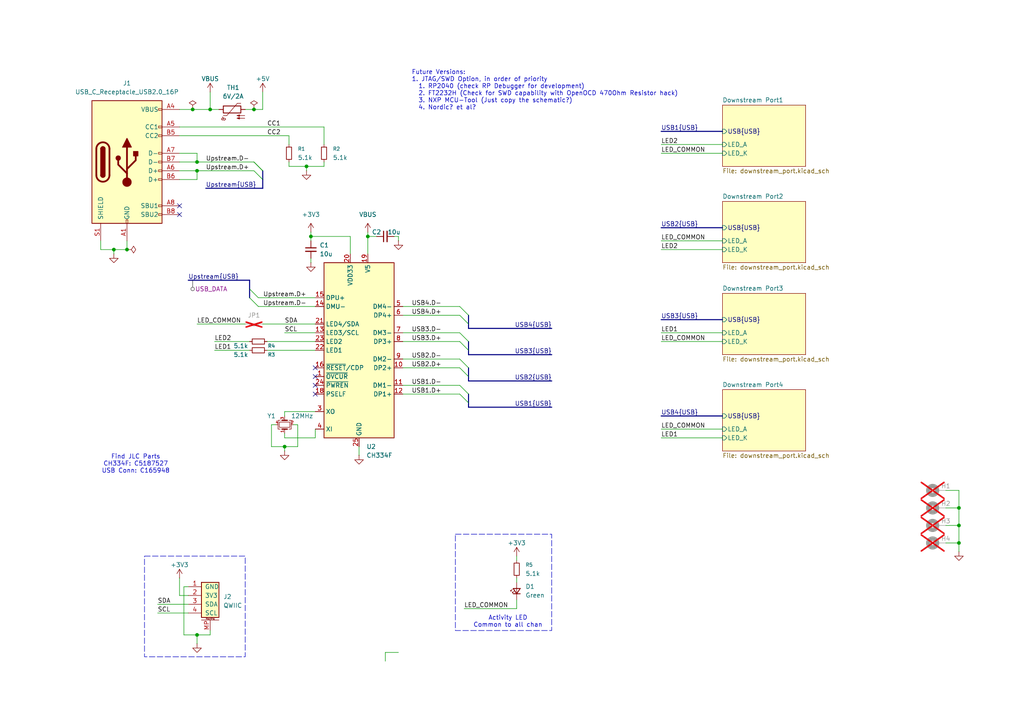
<source format=kicad_sch>
(kicad_sch (version 20250114) (generator "eeschema") (generator_version "9.0")
  (paper "A4")
  (lib_symbols
    (symbol "CH334F_1"
      (property "Reference" "U" (at -7.62 27.94 0))
      (property "Value" "CH334F" (at 2.54 27.94 0))
      (symbol "CH334F_1_0_1"
        (rectangle (start -10.16 25.4) (end 10.16 -25.4) (stroke (width 0.254)) (fill (type background)))
      )
      (symbol "CH334F_1_1_1"
        (pin bidirectional line (at -12.7 15.24 0) (length 2.54) (name "DPU+") (number "15"))
        (pin bidirectional line (at -12.7 12.7 0) (length 2.54) (name "DMU-") (number "14"))
        (pin bidirectional line (at -12.7 7.62 0) (length 2.54) (name "LED4/SDA") (number "21"))
        (pin bidirectional line (at -12.7 5.08 0) (length 2.54) (name "LED3/SCL") (number "13"))
        (pin bidirectional line (at -12.7 2.54 0) (length 2.54) (name "LED2") (number "23"))
        (pin bidirectional line (at -12.7 0 0) (length 2.54) (name "LED1") (number "22"))
        (pin input line (at -12.7 -5.08 0) (length 2.54) (name "~{RESET}/CDP") (number "16"))
        (pin bidirectional line (at -12.7 -7.62 0) (length 2.54) (name "~{OVCUR}") (number "1"))
        (pin bidirectional line (at -12.7 -10.16 0) (length 2.54) (name "~{PWREN}") (number "24"))
        (pin bidirectional line (at -12.7 -12.7 0) (length 2.54) (name "PSELF") (number "18"))
        (pin passive line (at -12.7 -17.78 0) (length 2.54) (name "XO") (number "3"))
        (pin passive line (at -12.7 -22.86 0) (length 2.54) (name "XI") (number "4"))
        (pin passive line (at -2.54 27.94 270) (length 2.54) (name "VDD33") (number "20"))
        (pin power_in line (at 0 -27.94 90) (length 2.54) (name "GND") (number "25"))
        (pin power_in line (at 2.54 27.94 270) (length 2.54) (name "V5") (number "19"))
        (pin no_connect line (at 10.16 -20.32 180) (length 2.54) (hide yes) (name "NC") (number "2"))
        (pin no_connect line (at 10.16 -22.86 180) (length 2.54) (hide yes) (name "NC") (number "17"))
        (pin bidirectional line (at 12.7 12.7 180) (length 2.54) (name "DM4-") (number "5"))
        (pin bidirectional line (at 12.7 10.16 180) (length 2.54) (name "DP4+") (number "6"))
        (pin bidirectional line (at 12.7 5.08 180) (length 2.54) (name "DM3-") (number "7"))
        (pin bidirectional line (at 12.7 2.54 180) (length 2.54) (name "DP3+") (number "8"))
        (pin bidirectional line (at 12.7 -2.54 180) (length 2.54) (name "DM2-") (number "9"))
        (pin bidirectional line (at 12.7 -5.08 180) (length 2.54) (name "DP2+") (number "10"))
        (pin bidirectional line (at 12.7 -10.16 180) (length 2.54) (name "DM1-") (number "11"))
        (pin bidirectional line (at 12.7 -12.7 180) (length 2.54) (name "DP1+") (number "12"))
      )
    )
    (symbol "Connector:USB_C_Receptacle_USB2.0_16P" (pin_names (offset 1.016))
      (property "Reference" "J" (at 0 22.225 0))
      (property "Value" "USB_C_Receptacle_USB2.0_16P" (at 0 19.685 0))
      (symbol "USB_C_Receptacle_USB2.0_16P_0_0"
        (rectangle (start -0.254 -17.78) (end 0.254 -16.764))
        (rectangle (start 10.16 15.494) (end 9.144 14.986))
        (rectangle (start 10.16 10.414) (end 9.144 9.906))
        (rectangle (start 10.16 7.874) (end 9.144 7.366))
        (rectangle (start 10.16 2.794) (end 9.144 2.286))
        (rectangle (start 10.16 0.254) (end 9.144 -0.254))
        (rectangle (start 10.16 -2.286) (end 9.144 -2.794))
        (rectangle (start 10.16 -4.826) (end 9.144 -5.334))
        (rectangle (start 10.16 -12.446) (end 9.144 -12.954))
        (rectangle (start 10.16 -14.986) (end 9.144 -15.494))
      )
      (symbol "USB_C_Receptacle_USB2.0_16P_0_1"
        (rectangle (start -10.16 17.78) (end 10.16 -17.78) (stroke (width 0.254)) (fill (type background)))
        (polyline (pts (xy -8.89 -3.81) (xy -8.89 3.81)) (stroke (width 0.508)))
        (rectangle (start -7.62 -3.81) (end -6.35 3.81) (stroke (width 0.254)) (fill (type outline)))
        (arc (start -7.62 3.81) (mid -6.985 4.4423) (end -6.35 3.81) (stroke (width 0.254)))
        (arc (start -7.62 3.81) (mid -6.985 4.4423) (end -6.35 3.81) (stroke (width 0.254)) (fill (type outline)))
        (arc (start -8.89 3.81) (mid -6.985 5.7067) (end -5.08 3.81) (stroke (width 0.508)))
        (arc (start -5.08 -3.81) (mid -6.985 -5.7067) (end -8.89 -3.81) (stroke (width 0.508)))
        (arc (start -6.35 -3.81) (mid -6.985 -4.4423) (end -7.62 -3.81) (stroke (width 0.254)))
        (arc (start -6.35 -3.81) (mid -6.985 -4.4423) (end -7.62 -3.81) (stroke (width 0.254)) (fill (type outline)))
        (polyline (pts (xy -5.08 3.81) (xy -5.08 -3.81)) (stroke (width 0.508)))
        (circle (center -2.54 1.143) (radius 0.635) (stroke (width 0.254)) (fill (type outline)))
        (polyline (pts (xy -1.27 4.318) (xy 0 6.858) (xy 1.27 4.318) (xy -1.27 4.318)) (stroke (width 0.254)) (fill (type outline)))
        (polyline (pts (xy 0 -2.032) (xy 2.54 0.508) (xy 2.54 1.778)) (stroke (width 0.508)))
        (polyline (pts (xy 0 -3.302) (xy -2.54 -0.762) (xy -2.54 0.508)) (stroke (width 0.508)))
        (polyline (pts (xy 0 -5.842) (xy 0 4.318)) (stroke (width 0.508)))
        (circle (center 0 -5.842) (radius 1.27) (fill (type outline)))
        (rectangle (start 1.905 1.778) (end 3.175 3.048) (stroke (width 0.254)) (fill (type outline)))
      )
      (symbol "USB_C_Receptacle_USB2.0_16P_1_1"
        (pin passive line (at -7.62 -22.86 90) (length 5.08) (name "SHIELD") (number "S1"))
        (pin passive line (at 0 -22.86 90) (length 5.08) (name "GND") (number "A1"))
        (pin passive line (at 0 -22.86 90) (length 5.08) (hide yes) (name "GND") (number "A12"))
        (pin passive line (at 0 -22.86 90) (length 5.08) (hide yes) (name "GND") (number "B1"))
        (pin passive line (at 0 -22.86 90) (length 5.08) (hide yes) (name "GND") (number "B12"))
        (pin passive line (at 15.24 15.24 180) (length 5.08) (name "VBUS") (number "A4"))
        (pin passive line (at 15.24 15.24 180) (length 5.08) (hide yes) (name "VBUS") (number "A9"))
        (pin passive line (at 15.24 15.24 180) (length 5.08) (hide yes) (name "VBUS") (number "B4"))
        (pin passive line (at 15.24 15.24 180) (length 5.08) (hide yes) (name "VBUS") (number "B9"))
        (pin bidirectional line (at 15.24 10.16 180) (length 5.08) (name "CC1") (number "A5"))
        (pin bidirectional line (at 15.24 7.62 180) (length 5.08) (name "CC2") (number "B5"))
        (pin bidirectional line (at 15.24 2.54 180) (length 5.08) (name "D-") (number "A7"))
        (pin bidirectional line (at 15.24 0 180) (length 5.08) (name "D-") (number "B7"))
        (pin bidirectional line (at 15.24 -2.54 180) (length 5.08) (name "D+") (number "A6"))
        (pin bidirectional line (at 15.24 -5.08 180) (length 5.08) (name "D+") (number "B6"))
        (pin bidirectional line (at 15.24 -12.7 180) (length 5.08) (name "SBU1") (number "A8"))
        (pin bidirectional line (at 15.24 -15.24 180) (length 5.08) (name "SBU2") (number "B8"))
      )
    )
    (symbol "Device:C_Small" (pin_numbers (hide yes)) (pin_names (offset 0.254) (hide yes))
      (property "Reference" "C" (at 0.254 1.778 0))
      (property "Value" "C_Small" (at 0.254 -2.032 0))
      (symbol "C_Small_0_1"
        (polyline (pts (xy -1.524 0.508) (xy 1.524 0.508)) (stroke (width 0.3048)))
        (polyline (pts (xy -1.524 -0.508) (xy 1.524 -0.508)) (stroke (width 0.3302)))
      )
      (symbol "C_Small_1_1"
        (pin passive line (at 0 2.54 270) (length 2.032) (name "~") (number "1"))
        (pin passive line (at 0 -2.54 90) (length 2.032) (name "~") (number "2"))
      )
    )
    (symbol "Device:Crystal_GND24_Small" (pin_names (offset 1.016) (hide yes))
      (property "Reference" "Y" (at 1.27 4.445 0))
      (property "Value" "Crystal_GND24_Small" (at 1.27 2.54 0))
      (symbol "Crystal_GND24_Small_0_1"
        (polyline (pts (xy -1.27 1.27) (xy -1.27 1.905) (xy 1.27 1.905) (xy 1.27 1.27)))
        (polyline (pts (xy -1.27 -0.762) (xy -1.27 0.762)) (stroke (width 0.381)))
        (polyline (pts (xy -1.27 -1.27) (xy -1.27 -1.905) (xy 1.27 -1.905) (xy 1.27 -1.27)))
        (rectangle (start -0.762 -1.524) (end 0.762 1.524))
        (polyline (pts (xy 1.27 -0.762) (xy 1.27 0.762)) (stroke (width 0.381)))
      )
      (symbol "Crystal_GND24_Small_1_1"
        (pin passive line (at -2.54 0 0) (length 1.27) (name "1") (number "1"))
        (pin passive line (at 0 2.54 270) (length 0.635) (name "4") (number "4"))
        (pin passive line (at 0 -2.54 90) (length 0.635) (name "2") (number "2"))
        (pin passive line (at 2.54 0 180) (length 1.27) (name "3") (number "3"))
      )
    )
    (symbol "Device:LED_Small" (pin_numbers (hide yes)) (pin_names (offset 0.254) (hide yes))
      (property "Reference" "D" (at -1.27 3.175 0))
      (property "Value" "LED_Small" (at -4.445 -2.54 0))
      (symbol "LED_Small_0_1"
        (polyline (pts (xy -0.762 -1.016) (xy -0.762 1.016)) (stroke (width 0.254)))
        (polyline (pts (xy 0 0.762) (xy -0.508 1.27) (xy -0.254 1.27) (xy -0.508 1.27) (xy -0.508 1.016)))
        (polyline (pts (xy 0.508 1.27) (xy 0 1.778) (xy 0.254 1.778) (xy 0 1.778) (xy 0 1.524)))
        (polyline (pts (xy 0.762 -1.016) (xy -0.762 0) (xy 0.762 1.016) (xy 0.762 -1.016)) (stroke (width 0.254)))
        (polyline (pts (xy 1.016 0) (xy -0.762 0)))
      )
      (symbol "LED_Small_1_1"
        (pin passive line (at -2.54 0 0) (length 1.778) (name "K") (number "1"))
        (pin passive line (at 2.54 0 180) (length 1.778) (name "A") (number "2"))
      )
    )
    (symbol "Device:R_Small" (pin_numbers (hide yes)) (pin_names (offset 0.254) (hide yes))
      (property "Reference" "R" (at 0 0 90))
      (property "Value" "R_Small" (at 1.778 0 90))
      (symbol "R_Small_0_1"
        (rectangle (start -0.762 1.778) (end 0.762 -1.778) (stroke (width 0.2032)))
      )
      (symbol "R_Small_1_1"
        (pin passive line (at 0 2.54 270) (length 0.762) (name "~") (number "1"))
        (pin passive line (at 0 -2.54 90) (length 0.762) (name "~") (number "2"))
      )
    )
    (symbol "Device:Thermistor_PTC" (pin_numbers (hide yes)) (pin_names (offset 0))
      (property "Reference" "TH" (at -4.064 0 90))
      (property "Value" "Thermistor_PTC" (at 3.048 0 90))
      (symbol "Thermistor_PTC_0_1"
        (arc (start -3.175 2.413) (mid -3.0506 2.3165) (end -3.048 2.159))
        (arc (start -3.048 2.794) (mid -2.9736 2.9736) (end -2.794 3.048))
        (arc (start -2.794 3.048) (mid -2.6144 2.9736) (end -2.54 2.794))
        (arc (start -2.794 2.54) (mid -2.9736 2.6144) (end -3.048 2.794))
        (arc (start -2.794 1.905) (mid -2.9736 1.9794) (end -3.048 2.159))
        (arc (start -2.54 2.159) (mid -2.6144 1.9794) (end -2.794 1.905))
        (arc (start -2.159 2.794) (mid -2.434 2.5608) (end -2.794 2.54))
        (polyline (pts (xy -2.54 2.159) (xy -2.54 2.794)))
        (polyline (pts (xy -2.54 -3.683) (xy -2.54 -1.397) (xy -2.794 -2.159) (xy -2.286 -2.159) (xy -2.54 -1.397) (xy -2.54 -1.651)) (fill (type outline)))
        (polyline (pts (xy -1.778 2.54) (xy -1.778 1.524) (xy 1.778 -1.524) (xy 1.778 -2.54)))
        (polyline (pts (xy -1.778 -3.683) (xy -1.778 -1.397) (xy -2.032 -2.159) (xy -1.524 -2.159) (xy -1.778 -1.397) (xy -1.778 -1.651)) (fill (type outline)))
        (rectangle (start -1.016 2.54) (end 1.016 -2.54) (stroke (width 0.254)))
      )
      (symbol "Thermistor_PTC_1_1"
        (pin passive line (at 0 3.81 270) (length 1.27) (name "~") (number "1"))
        (pin passive line (at 0 -3.81 90) (length 1.27) (name "~") (number "2"))
      )
    )
    (symbol "Jumper:Jumper_2_Small_Bridged" (pin_numbers (hide yes)) (pin_names (offset 0) (hide yes))
      (property "Reference" "JP" (at 0 2.032 0))
      (property "Value" "Jumper_2_Small_Bridged" (at 0 -2.286 0))
      (symbol "Jumper_2_Small_Bridged_0_0"
        (circle (center -1.016 0) (radius 0.254))
        (circle (center 1.016 0) (radius 0.254))
      )
      (symbol "Jumper_2_Small_Bridged_0_1"
        (arc (start -0.762 0.254) (mid 0 0.5696) (end 0.762 0.254))
      )
      (symbol "Jumper_2_Small_Bridged_1_1"
        (pin passive line (at -2.54 0 0) (length 1.27) (name "A") (number "1"))
        (pin passive line (at 2.54 0 180) (length 1.27) (name "B") (number "2"))
      )
    )
    (symbol "Mechanical:MountingHole_Pad" (pin_numbers (hide yes)) (pin_names (offset 1.016) (hide yes)) (exclude_from_sim yes) (in_bom no)
      (property "Reference" "H" (at 0 6.35 0))
      (property "Value" "MountingHole_Pad" (at 0 4.445 0))
      (symbol "MountingHole_Pad_0_1"
        (circle (center 0 1.27) (radius 1.27) (stroke (width 1.27)))
      )
      (symbol "MountingHole_Pad_1_1"
        (pin input line (at 0 -2.54 90) (length 2.54) (name "1") (number "1"))
      )
    )
    (symbol "SKEC_Symbols:Conn_QWIIC_Vertical" (pin_names (offset 1.016))
      (property "Reference" "J" (at 0 5.08 0))
      (property "Value" "Conn_QWIIC_Vertical" (at -5.08 10.16 0))
      (symbol "Conn_QWIIC_Vertical_1_1"
        (rectangle (start -2.54 3.81) (end 2.54 -6.35) (stroke (width 0.254)) (fill (type background)))
        (polyline (pts (xy -2.54 -7.112) (xy 2.54 -7.112)) (stroke (width 0.1524)))
        (text "Mounting" (at 0 -6.731 0) (effects (font (size 0.381 0.381))))
        (pin passive line (at -6.35 2.54 0) (length 3.81) (name "GND") (number "1"))
        (pin passive line (at -6.35 0 0) (length 3.81) (name "3V3") (number "2"))
        (pin passive line (at -6.35 -2.54 0) (length 3.81) (name "SDA") (number "3"))
        (pin passive line (at -6.35 -5.08 0) (length 3.81) (name "SCL") (number "4"))
        (pin passive line (at 0 -10.16 90) (length 3.048) (name "") (number "MP"))
      )
    )
    (symbol "power:+3V3" (power) (pin_numbers (hide yes)) (pin_names (offset 0) (hide yes))
      (property "Value" "+3V3" (at 0 3.556 0))
      (symbol "+3V3_0_1"
        (polyline (pts (xy -0.762 1.27) (xy 0 2.54)))
        (polyline (pts (xy 0 2.54) (xy 0.762 1.27)))
        (polyline (pts (xy 0 0) (xy 0 2.54)))
      )
      (symbol "+3V3_1_1"
        (pin power_in line (at 0 0 90) (length 0) (name "~") (number "1"))
      )
    )
    (symbol "power:+5V" (power) (pin_numbers (hide yes)) (pin_names (offset 0) (hide yes))
      (property "Value" "+5V" (at 0 3.556 0))
      (symbol "+5V_0_1"
        (polyline (pts (xy -0.762 1.27) (xy 0 2.54)))
        (polyline (pts (xy 0 2.54) (xy 0.762 1.27)))
        (polyline (pts (xy 0 0) (xy 0 2.54)))
      )
      (symbol "+5V_1_1"
        (pin power_in line (at 0 0 90) (length 0) (name "~") (number "1"))
      )
    )
    (symbol "power:GND" (power) (pin_numbers (hide yes)) (pin_names (offset 0) (hide yes))
      (property "Value" "GND" (at 0 -3.81 0))
      (symbol "GND_0_1"
        (polyline (pts (xy 0 0) (xy 0 -1.27) (xy 1.27 -1.27) (xy 0 -2.54) (xy -1.27 -1.27) (xy 0 -1.27)))
      )
      (symbol "GND_1_1"
        (pin power_in line (at 0 0 270) (length 0) (name "~") (number "1"))
      )
    )
    (symbol "power:PWR_FLAG" (power) (pin_numbers (hide yes)) (pin_names (offset 0) (hide yes))
      (property "Value" "PWR_FLAG" (at 0 3.81 0))
      (symbol "PWR_FLAG_0_0"
        (pin power_out line (at 0 0 90) (length 0) (name "~") (number "1"))
      )
      (symbol "PWR_FLAG_0_1"
        (polyline (pts (xy 0 0) (xy 0 1.27) (xy -1.016 1.905) (xy 0 2.54) (xy 1.016 1.905) (xy 0 1.27)))
      )
    )
    (symbol "power:VBUS" (power) (pin_numbers (hide yes)) (pin_names (offset 0) (hide yes))
      (property "Value" "VBUS" (at 0 3.556 0))
      (symbol "VBUS_0_1"
        (polyline (pts (xy -0.762 1.27) (xy 0 2.54)))
        (polyline (pts (xy 0 2.54) (xy 0.762 1.27)))
        (polyline (pts (xy 0 0) (xy 0 2.54)))
      )
      (symbol "VBUS_1_1"
        (pin power_in line (at 0 0 90) (length 0) (name "~") (number "1"))
      )
    )
  )
  (bus_alias "USB" (members "D+" "D-"))
  (rectangle (start 41.91 161.29) (end 71.12 190.5) (stroke (width 0) (type dash)))
  (rectangle (start 132.08 154.94) (end 160.02 182.88) (stroke (width 0) (type dash)))
  (text "Find JLC Parts\nCH334F: C5187527\nUSB Conn: C165948" (at 39.37 134.62 0) (effects (font (size 1.27 1.27))))
  (text "Activity LED\nCommon to all chan" (at 147.32 180.34 0) (effects (font (size 1.27 1.27))))
  (text "Future Versions:\n1. JTAG/SWD Option, in order of priority\n  1. RP2040 (check RP Debugger for development)\n  2. FT2232H (Check for SWD capability with OpenOCD 470Ohm Resistor hack)\n  3. NXP MCU-Tool (Just copy the schematic?)\n  4. Nordic? et al?" (at 119.38 20.32 0) (effects (font (size 1.27 1.27)) (justify left top)))
  (junction (at 33.02 72.39))
  (junction (at 73.66 31.75))
  (junction (at 36.83 72.39))
  (junction (at 278.13 157.48))
  (junction (at 55.88 31.75))
  (junction (at 82.55 129.54))
  (junction (at 278.13 147.32))
  (junction (at 90.17 68.58))
  (junction (at 60.96 31.75))
  (junction (at 57.15 184.15))
  (junction (at 88.9 48.26))
  (junction (at 278.13 152.4))
  (junction (at 57.15 49.53))
  (junction (at 57.15 46.99))
  (junction (at 106.68 68.58))
  (no_connect (at 91.44 114.3))
  (no_connect (at 91.44 106.68))
  (no_connect (at 52.07 59.69))
  (no_connect (at 91.44 111.76))
  (no_connect (at 91.44 109.22))
  (no_connect (at 52.07 62.23))
  (bus_entry (at 76.2 49.53) (size -2.54 -2.54))
  (bus_entry (at 135.89 116.84) (size -2.54 -2.54))
  (bus_entry (at 133.35 104.14) (size 2.54 2.54))
  (bus_entry (at 135.89 109.22) (size -2.54 -2.54))
  (bus_entry (at 133.35 88.9) (size 2.54 2.54))
  (bus_entry (at 135.89 101.6) (size -2.54 -2.54))
  (bus_entry (at 74.93 88.9) (size -2.54 -2.54))
  (bus_entry (at 133.35 111.76) (size 2.54 2.54))
  (bus_entry (at 133.35 96.52) (size 2.54 2.54))
  (bus_entry (at 72.39 83.82) (size 2.54 2.54))
  (bus_entry (at 135.89 93.98) (size -2.54 -2.54))
  (bus_entry (at 73.66 46.99) (size 2.54 2.54))
  (bus_entry (at 73.66 49.53) (size 2.54 2.54))
  (wire (pts (xy 91.44 93.98) (xy 76.2 93.98)))
  (wire (pts (xy 90.17 69.85) (xy 90.17 68.58)))
  (wire (pts (xy 83.82 48.26) (xy 83.82 46.99)))
  (bus (pts (xy 76.2 52.07) (xy 76.2 54.61)))
  (wire (pts (xy 57.15 184.15) (xy 57.15 186.69)))
  (bus (pts (xy 135.89 93.98) (xy 135.89 95.25)))
  (wire (pts (xy 149.86 173.99) (xy 149.86 176.53)))
  (wire (pts (xy 278.13 147.32) (xy 278.13 152.4)))
  (wire (pts (xy 60.96 182.88) (xy 60.96 184.15)))
  (wire (pts (xy 52.07 167.64) (xy 52.07 172.72)))
  (wire (pts (xy 52.07 39.37) (xy 83.82 39.37)))
  (wire (pts (xy 191.77 124.46) (xy 209.55 124.46)))
  (wire (pts (xy 57.15 184.15) (xy 60.96 184.15)))
  (wire (pts (xy 111.76 189.23) (xy 115.57 189.23)))
  (bus (pts (xy 72.39 83.82) (xy 72.39 86.36)))
  (wire (pts (xy 101.6 68.58) (xy 101.6 73.66)))
  (bus (pts (xy 135.89 110.49) (xy 160.02 110.49)))
  (wire (pts (xy 191.77 44.45) (xy 209.55 44.45)))
  (wire (pts (xy 278.13 152.4) (xy 278.13 157.48)))
  (bus (pts (xy 135.89 95.25) (xy 160.02 95.25)))
  (bus (pts (xy 76.2 49.53) (xy 76.2 52.07)))
  (wire (pts (xy 78.74 123.19) (xy 80.01 123.19)))
  (wire (pts (xy 91.44 86.36) (xy 74.93 86.36)))
  (wire (pts (xy 82.55 129.54) (xy 78.74 129.54)))
  (wire (pts (xy 93.98 46.99) (xy 93.98 48.26)))
  (wire (pts (xy 274.32 142.24) (xy 278.13 142.24)))
  (wire (pts (xy 54.61 170.18) (xy 53.34 170.18)))
  (wire (pts (xy 57.15 46.99) (xy 73.66 46.99)))
  (wire (pts (xy 72.39 101.6) (xy 62.23 101.6)))
  (wire (pts (xy 60.96 31.75) (xy 63.5 31.75)))
  (wire (pts (xy 86.36 129.54) (xy 82.55 129.54)))
  (wire (pts (xy 116.84 104.14) (xy 133.35 104.14)))
  (wire (pts (xy 191.77 127) (xy 209.55 127)))
  (wire (pts (xy 86.36 123.19) (xy 86.36 129.54)))
  (wire (pts (xy 71.12 93.98) (xy 57.15 93.98)))
  (bus (pts (xy 72.39 81.28) (xy 72.39 83.82)))
  (wire (pts (xy 53.34 184.15) (xy 57.15 184.15)))
  (bus (pts (xy 135.89 102.87) (xy 160.02 102.87)))
  (wire (pts (xy 116.84 99.06) (xy 133.35 99.06)))
  (bus (pts (xy 72.39 81.28) (xy 54.61 81.28)))
  (wire (pts (xy 91.44 101.6) (xy 77.47 101.6)))
  (wire (pts (xy 149.86 161.29) (xy 149.86 162.56)))
  (wire (pts (xy 52.07 44.45) (xy 57.15 44.45)))
  (wire (pts (xy 134.62 176.53) (xy 149.86 176.53)))
  (wire (pts (xy 73.66 31.75) (xy 76.2 31.75)))
  (wire (pts (xy 116.84 111.76) (xy 133.35 111.76)))
  (wire (pts (xy 29.21 72.39) (xy 33.02 72.39)))
  (wire (pts (xy 104.14 129.54) (xy 104.14 132.08)))
  (wire (pts (xy 82.55 119.38) (xy 82.55 120.65)))
  (wire (pts (xy 88.9 48.26) (xy 83.82 48.26)))
  (wire (pts (xy 45.72 177.8) (xy 54.61 177.8)))
  (wire (pts (xy 116.84 88.9) (xy 133.35 88.9)))
  (bus (pts (xy 135.89 99.06) (xy 135.89 101.6)))
  (wire (pts (xy 57.15 52.07) (xy 57.15 49.53)))
  (bus (pts (xy 76.2 54.61) (xy 59.69 54.61)))
  (wire (pts (xy 78.74 129.54) (xy 78.74 123.19)))
  (wire (pts (xy 106.68 67.31) (xy 106.68 68.58)))
  (wire (pts (xy 191.77 96.52) (xy 209.55 96.52)))
  (wire (pts (xy 115.57 68.58) (xy 115.57 69.85)))
  (bus (pts (xy 135.89 106.68) (xy 135.89 109.22)))
  (wire (pts (xy 52.07 52.07) (xy 57.15 52.07)))
  (wire (pts (xy 36.83 72.39) (xy 36.83 69.85)))
  (bus (pts (xy 135.89 91.44) (xy 135.89 93.98)))
  (wire (pts (xy 85.09 123.19) (xy 86.36 123.19)))
  (wire (pts (xy 82.55 127) (xy 91.44 127)))
  (wire (pts (xy 72.39 99.06) (xy 62.23 99.06)))
  (wire (pts (xy 29.21 69.85) (xy 29.21 72.39)))
  (wire (pts (xy 278.13 157.48) (xy 278.13 160.02)))
  (wire (pts (xy 149.86 167.64) (xy 149.86 168.91)))
  (wire (pts (xy 116.84 114.3) (xy 133.35 114.3)))
  (wire (pts (xy 82.55 96.52) (xy 91.44 96.52)))
  (bus (pts (xy 209.55 92.71) (xy 191.77 92.71)))
  (wire (pts (xy 33.02 72.39) (xy 36.83 72.39)))
  (wire (pts (xy 278.13 142.24) (xy 278.13 147.32)))
  (wire (pts (xy 52.07 36.83) (xy 93.98 36.83)))
  (wire (pts (xy 274.32 152.4) (xy 278.13 152.4)))
  (wire (pts (xy 53.34 170.18) (xy 53.34 184.15)))
  (wire (pts (xy 82.55 125.73) (xy 82.55 127)))
  (wire (pts (xy 33.02 72.39) (xy 33.02 73.66)))
  (wire (pts (xy 57.15 44.45) (xy 57.15 46.99)))
  (wire (pts (xy 57.15 49.53) (xy 73.66 49.53)))
  (wire (pts (xy 274.32 147.32) (xy 278.13 147.32)))
  (wire (pts (xy 88.9 48.26) (xy 88.9 49.53)))
  (bus (pts (xy 209.55 66.04) (xy 191.77 66.04)))
  (wire (pts (xy 106.68 68.58) (xy 106.68 73.66)))
  (wire (pts (xy 91.44 124.46) (xy 91.44 127)))
  (wire (pts (xy 191.77 69.85) (xy 209.55 69.85)))
  (wire (pts (xy 111.76 189.23) (xy 111.76 191.77)))
  (bus (pts (xy 135.89 114.3) (xy 135.89 116.84)))
  (wire (pts (xy 93.98 48.26) (xy 88.9 48.26)))
  (wire (pts (xy 116.84 96.52) (xy 133.35 96.52)))
  (wire (pts (xy 106.68 68.58) (xy 109.22 68.58)))
  (wire (pts (xy 52.07 49.53) (xy 57.15 49.53)))
  (wire (pts (xy 116.84 91.44) (xy 133.35 91.44)))
  (wire (pts (xy 82.55 119.38) (xy 91.44 119.38)))
  (bus (pts (xy 135.89 116.84) (xy 135.89 118.11)))
  (wire (pts (xy 191.77 72.39) (xy 209.55 72.39)))
  (bus (pts (xy 135.89 109.22) (xy 135.89 110.49)))
  (wire (pts (xy 83.82 41.91) (xy 83.82 39.37)))
  (wire (pts (xy 74.93 88.9) (xy 91.44 88.9)))
  (wire (pts (xy 52.07 172.72) (xy 54.61 172.72)))
  (wire (pts (xy 90.17 74.93) (xy 90.17 76.2)))
  (wire (pts (xy 82.55 129.54) (xy 82.55 130.81)))
  (bus (pts (xy 209.55 38.1) (xy 191.77 38.1)))
  (wire (pts (xy 60.96 26.67) (xy 60.96 31.75)))
  (wire (pts (xy 191.77 41.91) (xy 209.55 41.91)))
  (wire (pts (xy 93.98 36.83) (xy 93.98 41.91)))
  (wire (pts (xy 55.88 31.75) (xy 60.96 31.75)))
  (wire (pts (xy 52.07 31.75) (xy 55.88 31.75)))
  (wire (pts (xy 71.12 31.75) (xy 73.66 31.75)))
  (wire (pts (xy 191.77 99.06) (xy 209.55 99.06)))
  (wire (pts (xy 274.32 157.48) (xy 278.13 157.48)))
  (wire (pts (xy 116.84 106.68) (xy 133.35 106.68)))
  (wire (pts (xy 91.44 99.06) (xy 77.47 99.06)))
  (bus (pts (xy 135.89 101.6) (xy 135.89 102.87)))
  (bus (pts (xy 209.55 120.65) (xy 191.77 120.65)))
  (bus (pts (xy 135.89 118.11) (xy 160.02 118.11)))
  (wire (pts (xy 114.3 68.58) (xy 115.57 68.58)))
  (wire (pts (xy 90.17 68.58) (xy 101.6 68.58)))
  (wire (pts (xy 52.07 46.99) (xy 57.15 46.99)))
  (wire (pts (xy 90.17 67.31) (xy 90.17 68.58)))
  (wire (pts (xy 76.2 31.75) (xy 76.2 26.67)))
  (wire (pts (xy 45.72 175.26) (xy 54.61 175.26)))
  (label "SDA" (at 82.55 93.98 0))
  (label "USB4{USB}" (at 160.02 95.25 180))
  (label "USB1.D-" (at 119.38 111.76 0))
  (label "Upstream.D+" (at 88.9 86.36 180))
  (label "SCL" (at 82.55 96.52 0))
  (label "Upstream.D-" (at 88.9 88.9 180))
  (label "USB1{USB}" (at 191.77 38.1 0))
  (label "CC2" (at 77.47 39.37 0))
  (label "SCL" (at 45.72 177.8 0))
  (label "LED_COMMON" (at 191.77 124.46 0))
  (label "CC1" (at 77.47 36.83 0))
  (label "LED_COMMON" (at 134.62 176.53 0))
  (label "LED1" (at 191.77 96.52 0))
  (label "LED2" (at 191.77 72.39 0))
  (label "Upstream{USB}" (at 54.61 81.28 0))
  (label "SDA" (at 45.72 175.26 0))
  (label "USB3{USB}" (at 160.02 102.87 180))
  (label "USB2{USB}" (at 160.02 110.49 180))
  (label "USB2.D+" (at 119.38 106.68 0))
  (label "LED2" (at 62.23 99.06 0))
  (label "USB2.D-" (at 119.38 104.14 0))
  (label "Upstream.D-" (at 59.69 46.99 0))
  (label "Upstream.D+" (at 59.69 49.53 0))
  (label "USB3.D+" (at 119.38 99.06 0))
  (label "USB1.D+" (at 119.38 114.3 0))
  (label "USB4{USB}" (at 191.77 120.65 0))
  (label "USB4.D+" (at 119.38 91.44 0))
  (label "LED_COMMON" (at 191.77 44.45 0))
  (label "LED1" (at 191.77 127 0))
  (label "USB4.D-" (at 119.38 88.9 0))
  (label "USB2{USB}" (at 191.77 66.04 0))
  (label "USB3.D-" (at 119.38 96.52 0))
  (label "LED_COMMON" (at 191.77 99.06 0))
  (label "LED_COMMON" (at 191.77 69.85 0))
  (label "LED1" (at 62.23 101.6 0))
  (label "Upstream{USB}" (at 59.69 54.61 0))
  (label "LED_COMMON" (at 57.15 93.98 0))
  (label "LED2" (at 191.77 41.91 0))
  (label "USB3{USB}" (at 191.77 92.71 0))
  (label "USB1{USB}" (at 160.02 118.11 180))
  (netclass_flag "" (length 2.54) (shape round) (at 55.88 81.28 180) (property "Netclass" "USB_DATA" (at 56.5785 83.82 0) (effects (justify left))))
  (symbol (lib_id "SKEC_Symbols:Conn_QWIIC_Vertical") (at 60.96 172.72 0) (unit 1)
    (property "Reference" "J2" (at 64.77 173.0755 0) (effects (justify left)))
    (property "Value" "QWIIC" (at 64.77 175.6155 0) (effects (justify left)))
    (property "Footprint" "Connector_JST:JST_SH_BM04B-SRSS-TB_1x04-1MP_P1.00mm_Vertical" (effects (hide yes)))
    (property "Datasheet" "https://www.jst-mfg.com/product/pdf/eng/eSH.pdf" (effects (hide yes)))
    (property "Description" "QWIIC Connector" (effects (hide yes)))
    (property "Digi-Key" "455-BM04B-SRSS-TBTCT-ND" (effects (hide yes)))
    (property "JLCPCB Part No." "C495539" (effects (hide yes)))
    (property "FT Position Offset" "0,-0.381" (effects (hide yes)))
    (property "FT Rotation Offset" "180" (effects (hide yes)))
  )
  (symbol (lib_id "Mechanical:MountingHole_Pad") (at 271.78 157.48 90) (unit 1) (exclude_from_sim yes) (in_bom no) (dnp yes)
    (property "Reference" "H4" (at 274.32 156.21 90))
    (property "Value" "MountingHole_Pad" (effects (hide yes)))
    (property "Footprint" "MountingHole:MountingHole_3.2mm_M3_Pad_Via" (effects (hide yes)))
    (property "Description" "Mounting Hole with connection" (effects (hide yes)))
  )
  (symbol (lib_id "Jumper:Jumper_2_Small_Bridged") (at 73.66 93.98 180) (unit 1) (in_bom no) (dnp yes)
    (property "Reference" "JP1" (at 73.66 91.44 0))
    (property "Value" "Jumper_2_Small_Bridged" (effects (hide yes)))
    (property "Footprint" "Jumper:SolderJumper-2_P1.3mm_Bridged_RoundedPad1.0x1.5mm" (effects (hide yes)))
    (property "Description" "Jumper, 2-pole, small symbol, bridged" (effects (hide yes)))
  )
  (symbol (lib_id "Device:Crystal_GND24_Small") (at 82.55 123.19 90) (unit 1)
    (property "Reference" "Y1" (at 78.74 120.65 90))
    (property "Value" "12MHz" (at 87.63 120.65 90))
    (property "Footprint" "Crystal:Crystal_SMD_2520-4Pin_2.5x2.0mm" (effects (hide yes)))
    (property "Datasheet" "https://www.lcsc.com/datasheet/C284155.pdf" (effects (hide yes)))
    (property "Description" "Four pin crystal, GND on pins 2 and 4, small symbol" (effects (hide yes)))
    (property "MPN" "TXM12M0004252FBCEO00T" (effects (hide yes)))
    (property "JLCPCB Part No." "C284155" (effects (hide yes)))
  )
  (symbol (lib_id "power:PWR_FLAG") (at 73.66 31.75 0) (unit 1)
    (property "Reference" "#FLG03" (effects (hide yes)))
    (property "Value" "PWR_FLAG" (effects (hide yes)))
    (property "Description" "Special symbol for telling ERC where power comes from" (effects (hide yes)))
  )
  (symbol (lib_id "power:VBUS") (at 60.96 26.67 0) (unit 1)
    (property "Reference" "#PWR04" (effects (hide yes)))
    (property "Value" "VBUS" (at 60.96 22.86 0))
    (property "Description" "Power symbol creates a global label with name \"VBUS\"" (effects (hide yes)))
  )
  (symbol (lib_id "power:+5V") (at 76.2 26.67 0) (unit 1)
    (property "Reference" "#PWR08" (effects (hide yes)))
    (property "Value" "+5V" (at 76.2 22.86 0))
    (property "Description" "Power symbol creates a global label with name \"+5V\"" (effects (hide yes)))
  )
  (symbol (lib_id "Mechanical:MountingHole_Pad") (at 271.78 147.32 90) (unit 1) (exclude_from_sim yes) (in_bom no) (dnp yes)
    (property "Reference" "H2" (at 274.32 146.05 90))
    (property "Value" "MountingHole_Pad" (effects (hide yes)))
    (property "Footprint" "MountingHole:MountingHole_3.2mm_M3_Pad_Via" (effects (hide yes)))
    (property "Description" "Mounting Hole with connection" (effects (hide yes)))
  )
  (symbol (lib_id "power:GND") (at 33.02 73.66 0) (unit 1)
    (property "Reference" "#PWR01" (effects (hide yes)))
    (property "Value" "GND" (effects (hide yes)))
    (property "Description" "Power symbol creates a global label with name \"GND\" , ground" (effects (hide yes)))
  )
  (symbol (lib_id "power:+3V3") (at 90.17 67.31 0) (unit 1)
    (property "Reference" "#PWR05" (effects (hide yes)))
    (property "Value" "+3V3" (at 90.17 62.23 0))
    (property "Description" "Power symbol creates a global label with name \"+3V3\"" (effects (hide yes)))
  )
  (symbol (lib_id "Device:C_Small") (at 111.76 68.58 90) (unit 1)
    (property "Reference" "C2" (at 109.22 67.31 90))
    (property "Value" "10u" (at 114.3 67.31 90))
    (property "Footprint" "Capacitor_SMD:C_0603_1608Metric" (effects (hide yes)))
    (property "Description" "Unpolarized capacitor, small symbol" (effects (hide yes)))
    (property "JLCPCB Part No." "C344022" (effects (hide yes)))
  )
  (symbol (lib_id "Mechanical:MountingHole_Pad") (at 271.78 152.4 90) (unit 1) (exclude_from_sim yes) (in_bom no) (dnp yes)
    (property "Reference" "H3" (at 274.32 151.13 90))
    (property "Value" "MountingHole_Pad" (effects (hide yes)))
    (property "Footprint" "MountingHole:MountingHole_3.2mm_M3_Pad_Via" (effects (hide yes)))
    (property "Description" "Mounting Hole with connection" (effects (hide yes)))
  )
  (symbol (lib_id "Device:LED_Small") (at 149.86 171.45 90) (unit 1)
    (property "Reference" "D1" (at 152.4 170.1164 90) (effects (justify right)))
    (property "Value" "Green" (at 152.4 172.6564 90) (effects (justify right)))
    (property "Footprint" "LED_SMD:LED_0603_1608Metric" (effects (hide yes)))
    (property "Description" "Light emitting diode, small symbol" (effects (hide yes)))
    (property "Sim.Pin" "1=K 2=A" (effects (hide yes)))
    (property "MPN" "XL-1608SURC-06" (effects (hide yes)))
    (property "JLCPCB Part No." "C965799" (effects (hide yes)))
  )
  (symbol (lib_id "power:GND") (at 57.15 186.69 0) (unit 1)
    (property "Reference" "#PWR03" (effects (hide yes)))
    (property "Value" "GND" (effects (hide yes)))
    (property "Description" "Power symbol creates a global label with name \"GND\" , ground" (effects (hide yes)))
  )
  (symbol (lib_id "Device:R_Small") (at 83.82 44.45 0) (unit 1)
    (property "Reference" "R1" (at 86.36 43.1799 0) (effects (font (size 1.016 1.016)) (justify left)))
    (property "Value" "5.1k" (at 86.36 45.7199 0) (effects (justify left)))
    (property "Footprint" "Resistor_SMD:R_0402_1005Metric" (effects (hide yes)))
    (property "Description" "Resistor, small symbol" (effects (hide yes)))
    (property "JLCPCB Part No." "C25905" (effects (hide yes)))
  )
  (symbol (lib_id "power:GND") (at 88.9 49.53 0) (unit 1)
    (property "Reference" "#PWR09" (effects (hide yes)))
    (property "Value" "GND" (effects (hide yes)))
    (property "Description" "Power symbol creates a global label with name \"GND\" , ground" (effects (hide yes)))
  )
  (symbol (lib_id "Device:R_Small") (at 149.86 165.1 0) (unit 1)
    (property "Reference" "R5" (at 152.4 163.8299 0) (effects (font (size 1.016 1.016)) (justify left)))
    (property "Value" "5.1k" (at 152.4 166.3699 0) (effects (justify left)))
    (property "Footprint" "Resistor_SMD:R_0402_1005Metric" (effects (hide yes)))
    (property "Description" "Resistor, small symbol" (effects (hide yes)))
    (property "JLCPCB Part No." "C25905" (effects (hide yes)))
  )
  (symbol (lib_id "Connector:USB_C_Receptacle_USB2.0_16P") (at 36.83 46.99 0) (unit 1)
    (property "Reference" "J1" (at 36.83 24.13 0))
    (property "Value" "USB_C_Receptacle_USB2.0_16P" (at 36.83 26.67 0))
    (property "Footprint" "Connector_USB:USB_C_Receptacle_G-Switch_GT-USB-7051x" (effects (hide yes)))
    (property "Datasheet" "https://www.usb.org/sites/default/files/documents/usb_type-c.zip" (effects (hide yes)))
    (property "Description" "USB 2.0-only 16P Type-C Receptacle connector" (effects (hide yes)))
    (property "MPN" "GT-USB-7051A" (effects (hide yes)))
    (property "JLCPCB Part No." "C2843970" (effects (hide yes)))
  )
  (symbol (lib_id "power:PWR_FLAG") (at 55.88 31.75 0) (unit 1)
    (property "Reference" "#FLG02" (effects (hide yes)))
    (property "Value" "PWR_FLAG" (effects (hide yes)))
    (property "Description" "Special symbol for telling ERC where power comes from" (effects (hide yes)))
  )
  (symbol (lib_id "power:GND") (at 104.14 132.08 0) (unit 1)
    (property "Reference" "#PWR011" (effects (hide yes)))
    (property "Value" "GND" (effects (hide yes)))
    (property "Description" "Power symbol creates a global label with name \"GND\" , ground" (effects (hide yes)))
  )
  (symbol (lib_id "power:VBUS") (at 106.68 67.31 0) (unit 1)
    (property "Reference" "#PWR010" (effects (hide yes)))
    (property "Value" "VBUS" (at 106.68 62.23 0))
    (property "Description" "Power symbol creates a global label with name \"VBUS\"" (effects (hide yes)))
  )
  (symbol (lib_id "power:GND") (at 82.55 130.81 0) (unit 1)
    (property "Reference" "#PWR07" (effects (hide yes)))
    (property "Value" "GND" (effects (hide yes)))
    (property "Description" "Power symbol creates a global label with name \"GND\" , ground" (effects (hide yes)))
  )
  (symbol (lib_id "power:GND") (at 90.17 76.2 0) (unit 1)
    (property "Reference" "#PWR06" (effects (hide yes)))
    (property "Value" "GND" (effects (hide yes)))
    (property "Description" "Power symbol creates a global label with name \"GND\" , ground" (effects (hide yes)))
  )
  (symbol (lib_id "Device:R_Small") (at 93.98 44.45 0) (unit 1)
    (property "Reference" "R2" (at 96.52 43.1799 0) (effects (font (size 1.016 1.016)) (justify left)))
    (property "Value" "5.1k" (at 96.52 45.7199 0) (effects (justify left)))
    (property "Footprint" "Resistor_SMD:R_0402_1005Metric" (effects (hide yes)))
    (property "Description" "Resistor, small symbol" (effects (hide yes)))
    (property "JLCPCB Part No." "C25905" (effects (hide yes)))
  )
  (symbol (lib_id "Device:Thermistor_PTC") (at 67.31 31.75 90) (unit 1)
    (property "Reference" "TH1" (at 67.6275 25.4 90))
    (property "Value" "6V/2A" (at 67.6275 27.94 90))
    (property "Footprint" "Resistor_SMD:R_0603_1608Metric" (effects (hide yes)))
    (property "Description" "Temperature dependent resistor, positive temperature coefficient" (effects (hide yes)))
    (property "JLCPCB Part No." "C2757930" (effects (hide yes)))
  )
  (symbol (lib_id "power:GND") (at 115.57 69.85 0) (unit 1)
    (property "Reference" "#PWR012" (effects (hide yes)))
    (property "Value" "GND" (effects (hide yes)))
    (property "Description" "Power symbol creates a global label with name \"GND\" , ground" (effects (hide yes)))
  )
  (symbol (lib_id "power:PWR_FLAG") (at 36.83 72.39 270) (unit 1)
    (property "Reference" "#FLG01" (effects (hide yes)))
    (property "Value" "PWR_FLAG" (effects (hide yes)))
    (property "Description" "Special symbol for telling ERC where power comes from" (effects (hide yes)))
  )
  (symbol (lib_id "Device:C_Small") (at 90.17 72.39 0) (unit 1)
    (property "Reference" "C1" (at 92.71 71.1262 0) (effects (justify left)))
    (property "Value" "10u" (at 92.71 73.6662 0) (effects (justify left)))
    (property "Footprint" "Capacitor_SMD:C_0603_1608Metric" (effects (hide yes)))
    (property "Description" "Unpolarized capacitor, small symbol" (effects (hide yes)))
    (property "JLCPCB Part No." "C344022" (effects (hide yes)))
  )
  (symbol (lib_id "power:+3V3") (at 52.07 167.64 0) (unit 1)
    (property "Reference" "#PWR02" (effects (hide yes)))
    (property "Value" "+3V3" (at 52.07 163.83 0))
    (property "Description" "Power symbol creates a global label with name \"+3V3\"" (effects (hide yes)))
  )
  (symbol (lib_id "Mechanical:MountingHole_Pad") (at 271.78 142.24 90) (unit 1) (exclude_from_sim yes) (in_bom no) (dnp yes)
    (property "Reference" "H1" (at 274.32 140.97 90))
    (property "Value" "MountingHole_Pad" (effects (hide yes)))
    (property "Footprint" "MountingHole:MountingHole_3.2mm_M3_Pad_Via" (effects (hide yes)))
    (property "Description" "Mounting Hole with connection" (effects (hide yes)))
  )
  (symbol (lib_id "Device:R_Small") (at 74.93 101.6 270) (unit 1)
    (property "Reference" "R3" (at 78.74 102.87 90) (effects (font (size 1.016 1.016))))
    (property "Value" "5.1k" (at 69.85 102.87 90))
    (property "Footprint" "Resistor_SMD:R_0402_1005Metric" (effects (hide yes)))
    (property "Description" "Resistor, small symbol" (effects (hide yes)))
    (property "JLCPCB Part No." "C25905" (effects (hide yes)))
  )
  (symbol (lib_id "power:+3V3") (at 149.86 161.29 0) (unit 1)
    (property "Reference" "#PWR013" (effects (hide yes)))
    (property "Value" "+3V3" (at 149.86 157.48 0))
    (property "Description" "Power symbol creates a global label with name \"+3V3\"" (effects (hide yes)))
  )
  (symbol (lib_id "power:GND") (at 278.13 160.02 0) (unit 1)
    (property "Reference" "#PWR014" (effects (hide yes)))
    (property "Value" "GND" (effects (hide yes)))
    (property "Description" "Power symbol creates a global label with name \"GND\" , ground" (effects (hide yes)))
  )
  (symbol (lib_name "CH334F_1") (lib_id "Interface_USB:CH334F") (at 104.14 101.6 0) (unit 1)
    (property "Reference" "U2" (at 106.2833 129.54 0) (effects (justify left)))
    (property "Value" "CH334F" (at 106.2833 132.08 0) (effects (justify left)))
    (property "Footprint" "Package_DFN_QFN:QFN-24-1EP_4x4mm_P0.5mm_EP2.7x2.7mm" (effects (hide yes)))
    (property "Datasheet" "https://www.wch-ic.com/downloads/file/327.html" (effects (hide yes)))
    (property "Description" "USB HUB controller, QFN-24" (effects (hide yes)))
  )
  (symbol (lib_id "Device:R_Small") (at 74.93 99.06 270) (unit 1)
    (property "Reference" "R4" (at 78.74 100.33 90) (effects (font (size 1.016 1.016))))
    (property "Value" "5.1k" (at 69.85 100.33 90))
    (property "Footprint" "Resistor_SMD:R_0402_1005Metric" (effects (hide yes)))
    (property "Description" "Resistor, small symbol" (effects (hide yes)))
    (property "JLCPCB Part No." "C25905" (effects (hide yes)))
  )
  (sheet (at 209.55 58.42) (size 24.13 17.78) (stroke (width 0.1524)) (fill (color 255 255 194 1.0000))
    (property "Sheetname" "Downstream Port2" (at 209.55 57.7084 0) (effects (justify left bottom)))
    (property "Sheetfile" "downstream_port.kicad_sch" (at 209.55 76.7846 0) (effects (justify left top)))
    (pin "USB{USB}" input (at 209.55 66.04 180))
    (pin "LED_A" input (at 209.55 69.85 180))
    (pin "LED_K" input (at 209.55 72.39 180))
  )
  (sheet (at 209.55 113.03) (size 24.13 17.78) (stroke (width 0.1524)) (fill (color 255 255 194 1.0000))
    (property "Sheetname" "Downstream Port4" (at 209.55 112.3184 0) (effects (justify left bottom)))
    (property "Sheetfile" "downstream_port.kicad_sch" (at 209.55 131.3946 0) (effects (justify left top)))
    (pin "USB{USB}" input (at 209.55 120.65 180))
    (pin "LED_A" input (at 209.55 124.46 180))
    (pin "LED_K" input (at 209.55 127 180))
  )
  (sheet (at 209.55 85.09) (size 24.13 17.78) (stroke (width 0.1524)) (fill (color 255 255 194 1.0000))
    (property "Sheetname" "Downstream Port3" (at 209.55 84.3784 0) (effects (justify left bottom)))
    (property "Sheetfile" "downstream_port.kicad_sch" (at 209.55 103.4546 0) (effects (justify left top)))
    (pin "USB{USB}" input (at 209.55 92.71 180))
    (pin "LED_A" input (at 209.55 96.52 180))
    (pin "LED_K" input (at 209.55 99.06 180))
  )
  (sheet (at 209.55 30.48) (size 24.13 17.78) (stroke (width 0.1524)) (fill (color 255 255 194 1.0000))
    (property "Sheetname" "Downstream Port1" (at 209.55 29.7684 0) (effects (justify left bottom)))
    (property "Sheetfile" "downstream_port.kicad_sch" (at 209.55 48.8446 0) (effects (justify left top)))
    (pin "USB{USB}" input (at 209.55 38.1 180))
    (pin "LED_A" input (at 209.55 41.91 180))
    (pin "LED_K" input (at 209.55 44.45 180))
  )
)
</source>
